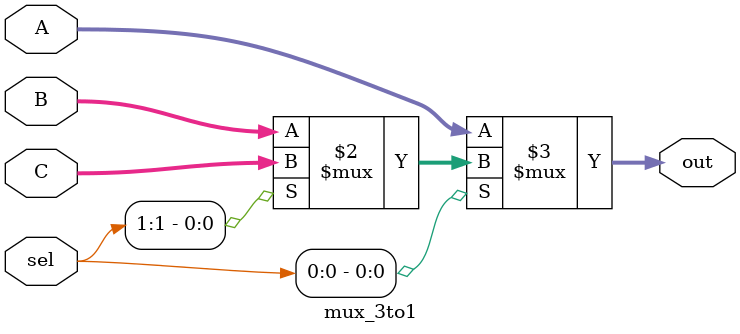
<source format=sv>
module mux_3to1(
    input [1:0]sel,
    input [15:0] A,
    input [15:0] B,
    input [15:0] C,
    output reg [15:0] out
);


    always_comb begin
        out = sel[0] ? (sel[1] ? C : B) : A;
    end
endmodule

</source>
